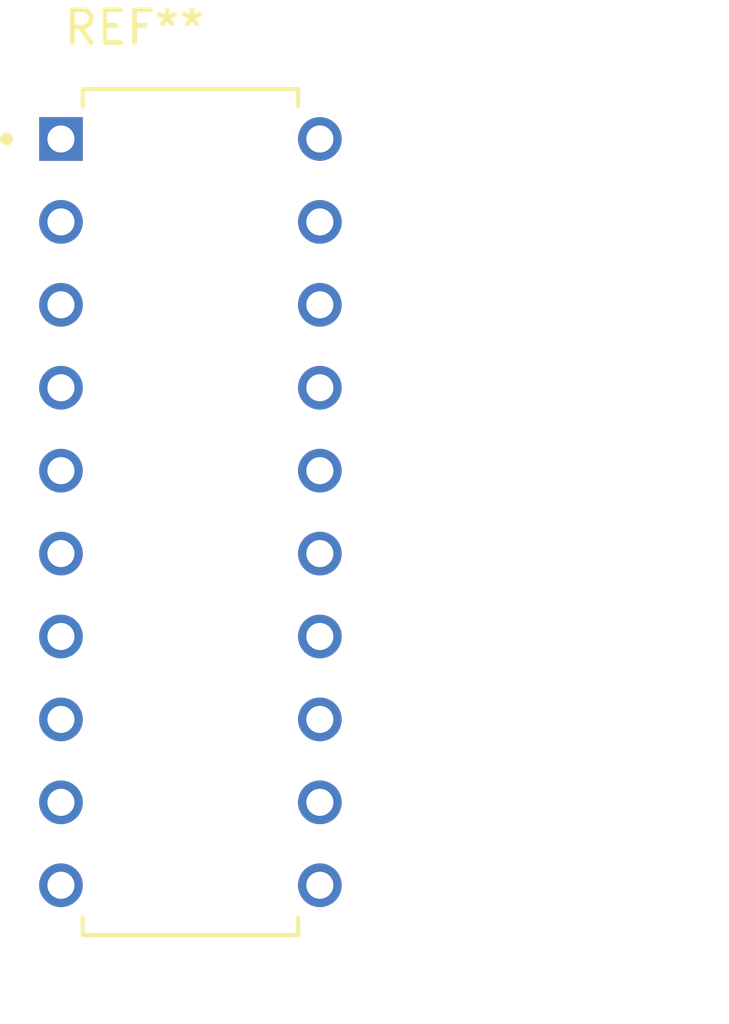
<source format=kicad_pcb>
(kicad_pcb (version 20241229) (generator "pcbnew") (generator_version "9.0")
  (layers (0 "F.Cu" signal) (2 "B.Cu" signal) (13 "F.Paste" user) (15 "B.Paste" user) (5 "F.SilkS" user "F.Silkscreen") (7 "B.SilkS" user "B.Silkscreen") (1 "F.Mask" user) (3 "B.Mask" user) (25 "Edge.Cuts" user))
  (net 0 "")
  (footprint "MyLibrary:PIC16LF18446" (layer "F.Cu") (at 146 92)
    (property "Reference" "REF**" (at -1.713 -14.839 0) (layer "F.SilkS"))
    (property "Value" "PIC16LF18446")
    (fp_line (start -3.302 -12.954) (end -3.302 -12.419) (stroke (width 0.127)) (layer "F.SilkS"))
    (fp_line (start -3.302 -12.954) (end 3.302 -12.954) (stroke (width 0.127)) (layer "F.SilkS"))
    (fp_line (start -3.302 12.954) (end -3.302 12.419) (stroke (width 0.127)) (layer "F.SilkS"))
    (fp_line (start -3.302 12.954) (end 3.302 12.954) (stroke (width 0.127)) (layer "F.SilkS"))
    (fp_line (start 3.302 -12.954) (end 3.302 -12.419) (stroke (width 0.127)) (layer "F.SilkS"))
    (fp_line (start 3.302 12.954) (end 3.302 12.419) (stroke (width 0.127)) (layer "F.SilkS"))
    (fp_circle (center -5.638 -11.43) (end -5.538 -11.43) (stroke (width 0.2)) (fill no) (layer "F.SilkS"))
    (pad "1" thru_hole rect (at -3.969 -11.43) (size 1.338 1.338) (drill 0.83) (layers "*.Cu" "*.Mask"))
    (pad "2" thru_hole circle (at -3.969 -8.89) (size 1.338 1.338) (drill 0.83) (layers "*.Cu" "*.Mask"))
    (pad "3" thru_hole circle (at -3.969 -6.35) (size 1.338 1.338) (drill 0.83) (layers "*.Cu" "*.Mask"))
    (pad "4" thru_hole circle (at -3.969 -3.81) (size 1.338 1.338) (drill 0.83) (layers "*.Cu" "*.Mask"))
    (pad "5" thru_hole circle (at -3.969 -1.27) (size 1.338 1.338) (drill 0.83) (layers "*.Cu" "*.Mask"))
    (pad "6" thru_hole circle (at -3.969 1.27) (size 1.338 1.338) (drill 0.83) (layers "*.Cu" "*.Mask"))
    (pad "7" thru_hole circle (at -3.969 3.81) (size 1.338 1.338) (drill 0.83) (layers "*.Cu" "*.Mask"))
    (pad "8" thru_hole circle (at -3.969 6.35) (size 1.338 1.338) (drill 0.83) (layers "*.Cu" "*.Mask"))
    (pad "9" thru_hole circle (at -3.969 8.89) (size 1.338 1.338) (drill 0.83) (layers "*.Cu" "*.Mask"))
    (pad "10" thru_hole circle (at -3.969 11.43) (size 1.338 1.338) (drill 0.83) (layers "*.Cu" "*.Mask"))
    (pad "11" thru_hole circle (at 3.969 11.43) (size 1.338 1.338) (drill 0.83) (layers "*.Cu" "*.Mask"))
    (pad "12" thru_hole circle (at 3.969 8.89) (size 1.338 1.338) (drill 0.83) (layers "*.Cu" "*.Mask"))
    (pad "13" thru_hole circle (at 3.969 6.35) (size 1.338 1.338) (drill 0.83) (layers "*.Cu" "*.Mask"))
    (pad "14" thru_hole circle (at 3.969 3.81) (size 1.338 1.338) (drill 0.83) (layers "*.Cu" "*.Mask"))
    (pad "15" thru_hole circle (at 3.969 1.27) (size 1.338 1.338) (drill 0.83) (layers "*.Cu" "*.Mask"))
    (pad "16" thru_hole circle (at 3.969 -1.27) (size 1.338 1.338) (drill 0.83) (layers "*.Cu" "*.Mask"))
    (pad "17" thru_hole circle (at 3.969 -3.81) (size 1.338 1.338) (drill 0.83) (layers "*.Cu" "*.Mask"))
    (pad "18" thru_hole circle (at 3.969 -6.35) (size 1.338 1.338) (drill 0.83) (layers "*.Cu" "*.Mask"))
    (pad "19" thru_hole circle (at 3.969 -8.89) (size 1.338 1.338) (drill 0.83) (layers "*.Cu" "*.Mask"))
    (pad "20" thru_hole circle (at 3.969 -11.43) (size 1.338 1.338) (drill 0.83) (layers "*.Cu" "*.Mask"))
  )
)
</source>
